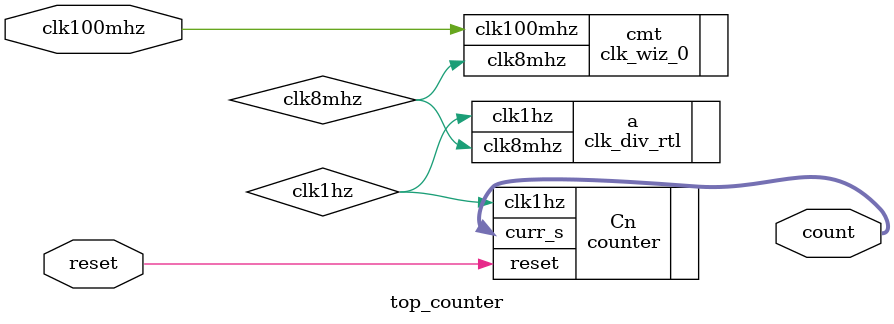
<source format=v>
`timescale 1ns / 1ps

 module top_counter(
    input clk100mhz,
    input reset,
    output [3:0] count
    );
    
    wire clk8mhz;
    clk_wiz_0 cmt(.clk8mhz(clk8mhz),.clk100mhz(clk100mhz));     
    wire clk1hz;
    clk_div_rtl a(.clk8mhz(clk8mhz),.clk1hz(clk1hz));
    counter Cn(.clk1hz(clk1hz), .reset(reset),.curr_s(count));

endmodule
</source>
